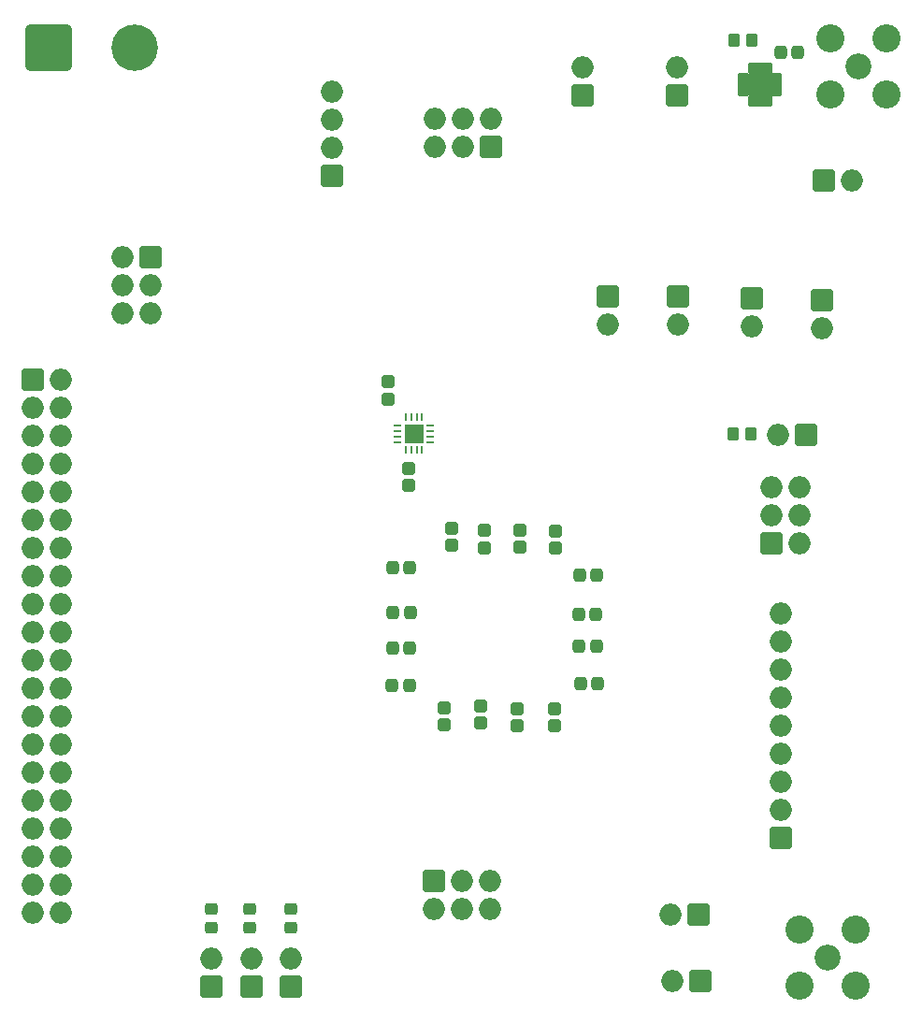
<source format=gbr>
%TF.GenerationSoftware,KiCad,Pcbnew,7.0.6-7.0.6~ubuntu20.04.1*%
%TF.CreationDate,2023-11-11T07:41:59+07:00*%
%TF.ProjectId,qpix,71706978-2e6b-4696-9361-645f70636258,rev?*%
%TF.SameCoordinates,Original*%
%TF.FileFunction,Soldermask,Bot*%
%TF.FilePolarity,Negative*%
%FSLAX46Y46*%
G04 Gerber Fmt 4.6, Leading zero omitted, Abs format (unit mm)*
G04 Created by KiCad (PCBNEW 7.0.6-7.0.6~ubuntu20.04.1) date 2023-11-11 07:41:59*
%MOMM*%
%LPD*%
G01*
G04 APERTURE LIST*
G04 Aperture macros list*
%AMRoundRect*
0 Rectangle with rounded corners*
0 $1 Rounding radius*
0 $2 $3 $4 $5 $6 $7 $8 $9 X,Y pos of 4 corners*
0 Add a 4 corners polygon primitive as box body*
4,1,4,$2,$3,$4,$5,$6,$7,$8,$9,$2,$3,0*
0 Add four circle primitives for the rounded corners*
1,1,$1+$1,$2,$3*
1,1,$1+$1,$4,$5*
1,1,$1+$1,$6,$7*
1,1,$1+$1,$8,$9*
0 Add four rect primitives between the rounded corners*
20,1,$1+$1,$2,$3,$4,$5,0*
20,1,$1+$1,$4,$5,$6,$7,0*
20,1,$1+$1,$6,$7,$8,$9,0*
20,1,$1+$1,$8,$9,$2,$3,0*%
G04 Aperture macros list end*
%ADD10RoundRect,0.150000X-0.850000X-0.850000X0.850000X-0.850000X0.850000X0.850000X-0.850000X0.850000X0*%
%ADD11O,2.000000X2.000000*%
%ADD12RoundRect,0.150000X0.850000X0.850000X-0.850000X0.850000X-0.850000X-0.850000X0.850000X-0.850000X0*%
%ADD13C,2.350000*%
%ADD14C,2.550000*%
%ADD15RoundRect,0.150000X-0.850000X0.850000X-0.850000X-0.850000X0.850000X-0.850000X0.850000X0.850000X0*%
%ADD16RoundRect,0.150000X0.850000X-0.850000X0.850000X0.850000X-0.850000X0.850000X-0.850000X-0.850000X0*%
%ADD17RoundRect,0.400002X-1.699998X-1.699998X1.699998X-1.699998X1.699998X1.699998X-1.699998X1.699998X0*%
%ADD18C,4.200000*%
%ADD19RoundRect,0.375000X0.225000X0.250000X-0.225000X0.250000X-0.225000X-0.250000X0.225000X-0.250000X0*%
%ADD20RoundRect,0.375000X0.250000X-0.225000X0.250000X0.225000X-0.250000X0.225000X-0.250000X-0.225000X0*%
%ADD21RoundRect,0.375000X-0.225000X-0.250000X0.225000X-0.250000X0.225000X0.250000X-0.225000X0.250000X0*%
%ADD22RoundRect,0.375000X-0.250000X0.225000X-0.250000X-0.225000X0.250000X-0.225000X0.250000X0.225000X0*%
%ADD23RoundRect,0.150000X0.400000X-0.150000X0.400000X0.150000X-0.400000X0.150000X-0.400000X-0.150000X0*%
%ADD24RoundRect,0.150000X0.150000X0.400000X-0.150000X0.400000X-0.150000X-0.400000X0.150000X-0.400000X0*%
%ADD25RoundRect,0.150000X0.900000X0.900000X-0.900000X0.900000X-0.900000X-0.900000X0.900000X-0.900000X0*%
%ADD26RoundRect,0.350000X-0.275000X0.200000X-0.275000X-0.200000X0.275000X-0.200000X0.275000X0.200000X0*%
%ADD27R,0.790000X0.290000*%
%ADD28R,0.290000X0.790000*%
%ADD29R,1.749200X1.749200*%
%ADD30RoundRect,0.350000X-0.200000X-0.275000X0.200000X-0.275000X0.200000X0.275000X-0.200000X0.275000X0*%
%ADD31RoundRect,0.350000X0.200000X0.275000X-0.200000X0.275000X-0.200000X-0.275000X0.200000X-0.275000X0*%
G04 APERTURE END LIST*
D10*
%TO.C,JP3*%
X149895835Y-76150000D03*
D11*
X149895835Y-78690000D03*
%TD*%
D10*
%TO.C,JP5*%
X162895835Y-76350000D03*
D11*
X162895835Y-78890000D03*
%TD*%
D12*
%TO.C,J2*%
X165520000Y-125120000D03*
D11*
X165520000Y-122580000D03*
X165520000Y-120040000D03*
X165520000Y-117500000D03*
X165520000Y-114960000D03*
X165520000Y-112420000D03*
X165520000Y-109880000D03*
X165520000Y-107340000D03*
X165520000Y-104800000D03*
%TD*%
D13*
%TO.C,J9*%
X169815000Y-135985000D03*
D14*
X172355000Y-138525000D03*
X172355000Y-133445000D03*
X167275000Y-138525000D03*
X167275000Y-133445000D03*
%TD*%
D12*
%TO.C,JP9*%
X117590000Y-138605000D03*
D11*
X117590000Y-136065000D03*
%TD*%
D10*
%TO.C,JP6*%
X169260835Y-76480000D03*
D11*
X169260835Y-79020000D03*
%TD*%
D15*
%TO.C,JP12*%
X158130000Y-132070000D03*
D11*
X155590000Y-132070000D03*
%TD*%
D16*
%TO.C,J4*%
X134175000Y-129095000D03*
D11*
X134175000Y-131635000D03*
X136715000Y-129095000D03*
X136715000Y-131635000D03*
X139255000Y-129095000D03*
X139255000Y-131635000D03*
%TD*%
D13*
%TO.C,J7*%
X172540000Y-55280000D03*
D14*
X170000000Y-52740000D03*
X170000000Y-57820000D03*
X175080000Y-52740000D03*
X175080000Y-57820000D03*
%TD*%
D12*
%TO.C,J5*%
X124930000Y-65200000D03*
D11*
X124930000Y-62660000D03*
X124930000Y-60120000D03*
X124930000Y-57580000D03*
%TD*%
D15*
%TO.C,JP2*%
X158280000Y-138090000D03*
D11*
X155740000Y-138090000D03*
%TD*%
D15*
%TO.C,J3*%
X139315000Y-62585000D03*
D11*
X139315000Y-60045000D03*
X136775000Y-62585000D03*
X136775000Y-60045000D03*
X134235000Y-62585000D03*
X134235000Y-60045000D03*
%TD*%
D15*
%TO.C,JP7*%
X167856750Y-88680000D03*
D11*
X165316750Y-88680000D03*
%TD*%
D12*
%TO.C,J13*%
X147600000Y-57920000D03*
D11*
X147600000Y-55380000D03*
%TD*%
D12*
%TO.C,JP10*%
X113950000Y-138604000D03*
D11*
X113950000Y-136064000D03*
%TD*%
D12*
%TO.C,J10*%
X156120000Y-57920000D03*
D11*
X156120000Y-55380000D03*
%TD*%
D10*
%TO.C,J1*%
X97845000Y-83680000D03*
D11*
X100385000Y-83680000D03*
X97845000Y-86220000D03*
X100385000Y-86220000D03*
X97845000Y-88760000D03*
X100385000Y-88760000D03*
X97845000Y-91300000D03*
X100385000Y-91300000D03*
X97845000Y-93840000D03*
X100385000Y-93840000D03*
X97845000Y-96380000D03*
X100385000Y-96380000D03*
X97845000Y-98920000D03*
X100385000Y-98920000D03*
X97845000Y-101460000D03*
X100385000Y-101460000D03*
X97845000Y-104000000D03*
X100385000Y-104000000D03*
X97845000Y-106540000D03*
X100385000Y-106540000D03*
X97845000Y-109080000D03*
X100385000Y-109080000D03*
X97845000Y-111620000D03*
X100385000Y-111620000D03*
X97845000Y-114160000D03*
X100385000Y-114160000D03*
X97845000Y-116700000D03*
X100385000Y-116700000D03*
X97845000Y-119240000D03*
X100385000Y-119240000D03*
X97845000Y-121780000D03*
X100385000Y-121780000D03*
X97845000Y-124320000D03*
X100385000Y-124320000D03*
X97845000Y-126860000D03*
X100385000Y-126860000D03*
X97845000Y-129400000D03*
X100385000Y-129400000D03*
X97845000Y-131940000D03*
X100385000Y-131940000D03*
%TD*%
D12*
%TO.C,J8*%
X164735000Y-98515000D03*
D11*
X167275000Y-98515000D03*
X164735000Y-95975000D03*
X167275000Y-95975000D03*
X164735000Y-93435000D03*
X167275000Y-93435000D03*
%TD*%
D10*
%TO.C,JP4*%
X156230000Y-76150000D03*
D11*
X156230000Y-78690000D03*
%TD*%
D17*
%TO.C,J11*%
X99260000Y-53620000D03*
D18*
X107060000Y-53620000D03*
%TD*%
D10*
%TO.C,J6*%
X108485000Y-72565000D03*
D11*
X105945000Y-72565000D03*
X108485000Y-75105000D03*
X105945000Y-75105000D03*
X108485000Y-77645000D03*
X105945000Y-77645000D03*
%TD*%
D12*
%TO.C,JP8*%
X121220000Y-138615000D03*
D11*
X121220000Y-136075000D03*
%TD*%
D16*
%TO.C,JP1*%
X169425000Y-65680000D03*
D11*
X171965000Y-65680000D03*
%TD*%
D19*
%TO.C,C5*%
X131985000Y-104750000D03*
X130435000Y-104750000D03*
%TD*%
D20*
%TO.C,C16*%
X145110000Y-98945000D03*
X145110000Y-97395000D03*
%TD*%
D19*
%TO.C,C4*%
X131973000Y-100690000D03*
X130423000Y-100690000D03*
%TD*%
D20*
%TO.C,C17*%
X141950000Y-98845000D03*
X141950000Y-97295000D03*
%TD*%
D21*
%TO.C,C12*%
X147425000Y-111230000D03*
X148975000Y-111230000D03*
%TD*%
D20*
%TO.C,C18*%
X138680000Y-98895000D03*
X138680000Y-97345000D03*
%TD*%
D22*
%TO.C,C20*%
X131870000Y-91710000D03*
X131870000Y-93260000D03*
%TD*%
%TO.C,C10*%
X141650000Y-113485000D03*
X141650000Y-115035000D03*
%TD*%
D23*
%TO.C,U4*%
X165170000Y-56220000D03*
X165170000Y-56720000D03*
X165170000Y-57220000D03*
X165170000Y-57720000D03*
D24*
X164420000Y-58470000D03*
X163920000Y-58470000D03*
X163420000Y-58470000D03*
X162920000Y-58470000D03*
D23*
X162170000Y-57720000D03*
X162170000Y-57220000D03*
X162170000Y-56720000D03*
X162170000Y-56220000D03*
D24*
X162920000Y-55470000D03*
X163420000Y-55470000D03*
X163920000Y-55470000D03*
X164420000Y-55470000D03*
D25*
X163670000Y-56970000D03*
%TD*%
D26*
%TO.C,R12*%
X113970000Y-131602000D03*
X113970000Y-133252000D03*
%TD*%
%TO.C,R6*%
X121170000Y-131613000D03*
X121170000Y-133263000D03*
%TD*%
D19*
%TO.C,C8*%
X131923000Y-111340000D03*
X130373000Y-111340000D03*
%TD*%
D27*
%TO.C,U3*%
X133830000Y-87810000D03*
X133830000Y-88310000D03*
X133830000Y-88810000D03*
X133830000Y-89310000D03*
D28*
X133080000Y-90060000D03*
X132580000Y-90060000D03*
X132080000Y-90060000D03*
X131580000Y-90060000D03*
D27*
X130830000Y-89310000D03*
X130830000Y-88810000D03*
X130830000Y-88310000D03*
X130830000Y-87810000D03*
D28*
X131580000Y-87060000D03*
X132080000Y-87060000D03*
X132580000Y-87060000D03*
X133080000Y-87060000D03*
D29*
X132330000Y-88560000D03*
%TD*%
D30*
%TO.C,R5*%
X161213250Y-88560000D03*
X162863250Y-88560000D03*
%TD*%
D31*
%TO.C,R34*%
X162935000Y-52910000D03*
X161285000Y-52910000D03*
%TD*%
D20*
%TO.C,C19*%
X130030000Y-85435000D03*
X130030000Y-83885000D03*
%TD*%
D21*
%TO.C,C13*%
X147298000Y-107801000D03*
X148848000Y-107801000D03*
%TD*%
D20*
%TO.C,C7*%
X135720000Y-98665000D03*
X135720000Y-97115000D03*
%TD*%
D22*
%TO.C,C9*%
X135040000Y-113395000D03*
X135040000Y-114945000D03*
%TD*%
%TO.C,C24*%
X145060000Y-113485000D03*
X145060000Y-115035000D03*
%TD*%
D26*
%TO.C,R11*%
X117480000Y-131623000D03*
X117480000Y-133273000D03*
%TD*%
D19*
%TO.C,C6*%
X131953000Y-107950000D03*
X130403000Y-107950000D03*
%TD*%
D21*
%TO.C,C15*%
X147325000Y-101370000D03*
X148875000Y-101370000D03*
%TD*%
%TO.C,C14*%
X147270000Y-104957000D03*
X148820000Y-104957000D03*
%TD*%
%TO.C,C21*%
X165545000Y-54030000D03*
X167095000Y-54030000D03*
%TD*%
D22*
%TO.C,C11*%
X138360000Y-113185000D03*
X138360000Y-114735000D03*
%TD*%
M02*

</source>
